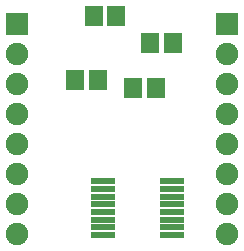
<source format=gts>
G04 DipTrace 3.1.0.0*
G04 project.gts*
%MOIN*%
G04 #@! TF.FileFunction,Soldermask,Top*
G04 #@! TF.Part,Single*
%ADD24R,0.078866X0.023748*%
%ADD26C,0.074929*%
%ADD28R,0.074929X0.074929*%
%ADD30R,0.059181X0.067055*%
%FSLAX26Y26*%
G04*
G70*
G90*
G75*
G01*
G04 TopMask*
%LPD*%
D30*
X680251Y1031500D3*
X755054D3*
X930251Y1156499D3*
X1005054D3*
X874000Y1006500D3*
X948803D3*
D28*
X486501Y1218999D3*
D26*
Y1118999D3*
Y1018999D3*
Y918999D3*
Y818999D3*
Y718999D3*
Y618999D3*
Y518999D3*
D28*
X1186501Y1218999D3*
D26*
Y1118999D3*
Y1018999D3*
Y918999D3*
Y818999D3*
Y718999D3*
Y618999D3*
Y518999D3*
D30*
X742751Y1243999D3*
X817554D3*
D24*
X774001Y693999D3*
Y668408D3*
Y642818D3*
Y617227D3*
Y591636D3*
Y566046D3*
Y540455D3*
Y514865D3*
X1002356D3*
X1002348Y540455D3*
Y566046D3*
Y591636D3*
Y617227D3*
Y642818D3*
Y668408D3*
Y693999D3*
M02*

</source>
